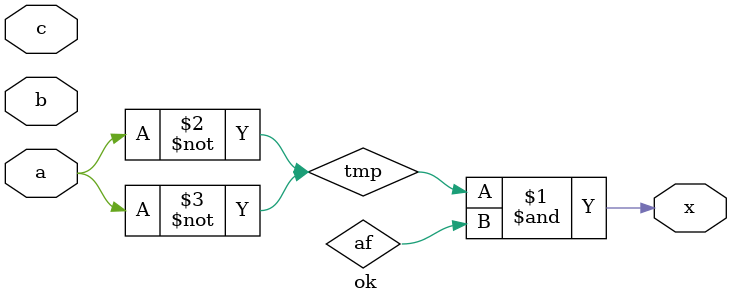
<source format=v>


module ok(a , b,c, x);

input a;// sinal de entrada
input b, c;
output x;

wire tmp, af, gr;

not #2(tmp, a);

and(x, tmp, af);

/*babahathathatha*/not(tmp, a);/*ji*/

/*
not #2(tmp, a);

not #2(tmp, a);

not #2(tmp, a);

not #2(tmp, a);

not #2(tmp, a);

not #2(tmp, a);

and(c, tmp, af);

and(c, tmp, af);
and(c, tmp, af);
and(c, tmp, af);
and(c, tmp, af);
and(c, tmp, af, af, af, af ,af, af, af, af,af);
and(c, tmp, af, af, af, af ,af, af, af, af,af);
and(c, tmp, af, af, af, af ,af, af, af, af,af);
and(c, tmp, af, af, af, af ,af, af, af, af,af);
and(c, tmp, af, af, af, af ,af, af, af, af,af);
and(c, tmp, af, af, af, af ,af, af, af, af,af);*/

endmodule


</source>
